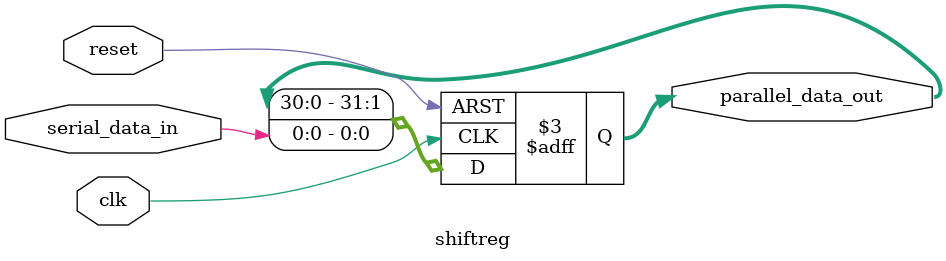
<source format=sv>
module shiftreg(input  logic clk,
				input  logic reset, 
				input  logic serial_data_in,
				output logic [31:0] parallel_data_out);

always @ ( posedge clk or negedge reset)
	begin
	  if (!reset) 
		begin
			parallel_data_out <= 32'b0;
		end
	  else  
		 parallel_data_out[31:0] <= {parallel_data_out[30:0],serial_data_in};
	end
endmodule
</source>
